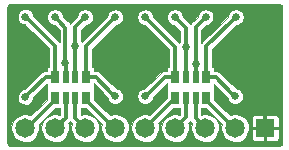
<source format=gbl>
G04 #@! TF.FileFunction,Copper,L2,Bot,Signal*
%FSLAX46Y46*%
G04 Gerber Fmt 4.6, Leading zero omitted, Abs format (unit mm)*
G04 Created by KiCad (PCBNEW (2015-04-05 BZR 5576)-product) date Tue 07 Apr 2015 01:19:10 PM CEST*
%MOMM*%
G01*
G04 APERTURE LIST*
%ADD10C,0.150000*%
%ADD11R,1.650000X1.650000*%
%ADD12C,1.650000*%
%ADD13R,0.650000X1.000000*%
%ADD14R,0.500000X1.000000*%
%ADD15C,0.635000*%
%ADD16C,0.300000*%
%ADD17C,0.100000*%
G04 APERTURE END LIST*
D10*
D11*
X101600000Y-91440000D03*
D12*
X99060000Y-91440000D03*
X96520000Y-91440000D03*
X93980000Y-91440000D03*
X91440000Y-91440000D03*
X88900000Y-91440000D03*
X86360000Y-91440000D03*
X83820000Y-91440000D03*
X81280000Y-91440000D03*
D13*
X86425000Y-87100000D03*
D14*
X85500000Y-87100000D03*
X84700000Y-87100000D03*
D13*
X83775000Y-87100000D03*
X86425000Y-88900000D03*
D14*
X85500000Y-88900000D03*
X84700000Y-88900000D03*
D13*
X83775000Y-88900000D03*
X96625000Y-87100000D03*
D14*
X95700000Y-87100000D03*
X94900000Y-87100000D03*
D13*
X93975000Y-87100000D03*
X96625000Y-88900000D03*
D14*
X95700000Y-88900000D03*
X94900000Y-88900000D03*
D13*
X93975000Y-88900000D03*
D15*
X99550000Y-85300000D03*
X81300000Y-88800000D03*
X81299994Y-82000000D03*
X83800000Y-82050004D03*
X84682480Y-85930304D03*
X86350000Y-82049996D03*
X85500000Y-84500000D03*
X88900002Y-88750000D03*
X88900002Y-82050000D03*
X91450000Y-88750000D03*
X91450000Y-82050004D03*
X93950000Y-82050000D03*
X94900000Y-84584376D03*
X96550000Y-82050000D03*
X95700000Y-86049998D03*
X99050000Y-88750000D03*
X99100000Y-82050000D03*
D16*
X101600000Y-87350000D02*
X99550000Y-85300000D01*
X101600000Y-91440000D02*
X101600000Y-87350000D01*
X83000000Y-87100000D02*
X81617499Y-88482501D01*
X81617499Y-88482501D02*
X81300000Y-88800000D01*
X83775000Y-87100000D02*
X83000000Y-87100000D01*
X81617493Y-82317499D02*
X81299994Y-82000000D01*
X83775000Y-84475006D02*
X81617493Y-82317499D01*
X83775000Y-87100000D02*
X83775000Y-84475006D01*
X84117499Y-82367503D02*
X83800000Y-82050004D01*
X84682480Y-82932484D02*
X84117499Y-82367503D01*
X84682480Y-85930304D02*
X84682480Y-82932484D01*
X84700000Y-87100000D02*
X84700000Y-85947824D01*
X84700000Y-85947824D02*
X84682480Y-85930304D01*
X86032501Y-82367495D02*
X86350000Y-82049996D01*
X85500000Y-82899996D02*
X86032501Y-82367495D01*
X85500000Y-84500000D02*
X85500000Y-82899996D01*
X85500000Y-87100000D02*
X85500000Y-84500000D01*
X87250002Y-87100000D02*
X88582503Y-88432501D01*
X86425000Y-87100000D02*
X87250002Y-87100000D01*
X88582503Y-88432501D02*
X88900002Y-88750000D01*
X88582503Y-82367499D02*
X88900002Y-82050000D01*
X86425000Y-87100000D02*
X86425000Y-84525002D01*
X86425000Y-84525002D02*
X88582503Y-82367499D01*
X91767499Y-88432501D02*
X91450000Y-88750000D01*
X93100000Y-87100000D02*
X91767499Y-88432501D01*
X93975000Y-87100000D02*
X93100000Y-87100000D01*
X93975000Y-84575004D02*
X91767499Y-82367503D01*
X93975000Y-87100000D02*
X93975000Y-84575004D01*
X91767499Y-82367503D02*
X91450000Y-82050004D01*
X94267499Y-82367499D02*
X93950000Y-82050000D01*
X94900000Y-83000000D02*
X94267499Y-82367499D01*
X94900000Y-84584376D02*
X94900000Y-83000000D01*
X94900000Y-87100000D02*
X94900000Y-84584376D01*
X95700000Y-82900000D02*
X96232501Y-82367499D01*
X95700000Y-86049998D02*
X95700000Y-82900000D01*
X96232501Y-82367499D02*
X96550000Y-82050000D01*
X95700000Y-87100000D02*
X95700000Y-86049998D01*
X98732501Y-88432501D02*
X99050000Y-88750000D01*
X96625000Y-87100000D02*
X97400000Y-87100000D01*
X97400000Y-87100000D02*
X98732501Y-88432501D01*
X98782501Y-82367499D02*
X99100000Y-82050000D01*
X96625000Y-84525000D02*
X98782501Y-82367499D01*
X96625000Y-87100000D02*
X96625000Y-84525000D01*
X96625000Y-88900000D02*
X96625000Y-89075000D01*
X96625000Y-89075000D02*
X98990000Y-91440000D01*
X98990000Y-91440000D02*
X99060000Y-91440000D01*
X95700000Y-88900000D02*
X95700000Y-90620000D01*
X95700000Y-90620000D02*
X96520000Y-91440000D01*
X94900000Y-88900000D02*
X94900000Y-90520000D01*
X94900000Y-90520000D02*
X93980000Y-91440000D01*
X91440000Y-91440000D02*
X93975000Y-88905000D01*
X93975000Y-88905000D02*
X93975000Y-88900000D01*
X86425000Y-88900000D02*
X86425000Y-89075000D01*
X86425000Y-89075000D02*
X88790000Y-91440000D01*
X88790000Y-91440000D02*
X88900000Y-91440000D01*
X85500000Y-88900000D02*
X85500000Y-90580000D01*
X85500000Y-90580000D02*
X86360000Y-91440000D01*
X84700000Y-88900000D02*
X84700000Y-90560000D01*
X84700000Y-90560000D02*
X83820000Y-91440000D01*
X83775000Y-88900000D02*
X83775000Y-89075000D01*
X83775000Y-89075000D02*
X81410000Y-91440000D01*
X81410000Y-91440000D02*
X81280000Y-91440000D01*
D17*
G36*
X103026400Y-92697771D02*
X103020793Y-92754947D01*
X103007741Y-92798179D01*
X102986539Y-92838055D01*
X102957998Y-92873050D01*
X102923195Y-92901841D01*
X102883469Y-92923320D01*
X102840331Y-92936674D01*
X102783948Y-92942600D01*
X102725000Y-92942600D01*
X102725000Y-92294548D01*
X102725000Y-92235453D01*
X102725000Y-91615000D01*
X102725000Y-91265000D01*
X102725000Y-90644547D01*
X102725000Y-90585452D01*
X102713471Y-90527493D01*
X102690856Y-90472896D01*
X102658025Y-90423761D01*
X102616239Y-90381975D01*
X102567103Y-90349143D01*
X102512506Y-90326529D01*
X102454547Y-90315000D01*
X101775000Y-90315000D01*
X101700000Y-90390000D01*
X101700000Y-91340000D01*
X102650000Y-91340000D01*
X102725000Y-91265000D01*
X102725000Y-91615000D01*
X102650000Y-91540000D01*
X101700000Y-91540000D01*
X101700000Y-92490000D01*
X101775000Y-92565000D01*
X102454547Y-92565000D01*
X102512506Y-92553471D01*
X102567103Y-92530857D01*
X102616239Y-92498025D01*
X102658025Y-92456239D01*
X102690856Y-92407104D01*
X102713471Y-92352507D01*
X102725000Y-92294548D01*
X102725000Y-92942600D01*
X101500000Y-92942600D01*
X101500000Y-92490000D01*
X101500000Y-91540000D01*
X101500000Y-91340000D01*
X101500000Y-90390000D01*
X101425000Y-90315000D01*
X100745453Y-90315000D01*
X100687494Y-90326529D01*
X100632897Y-90349143D01*
X100583761Y-90381975D01*
X100541975Y-90423761D01*
X100509144Y-90472896D01*
X100486529Y-90527493D01*
X100475000Y-90585452D01*
X100475000Y-90644547D01*
X100475000Y-91265000D01*
X100550000Y-91340000D01*
X101500000Y-91340000D01*
X101500000Y-91540000D01*
X100550000Y-91540000D01*
X100475000Y-91615000D01*
X100475000Y-92235453D01*
X100475000Y-92294548D01*
X100486529Y-92352507D01*
X100509144Y-92407104D01*
X100541975Y-92456239D01*
X100583761Y-92498025D01*
X100632897Y-92530857D01*
X100687494Y-92553471D01*
X100745453Y-92565000D01*
X101425000Y-92565000D01*
X101500000Y-92490000D01*
X101500000Y-92942600D01*
X100235050Y-92942600D01*
X100235050Y-91324785D01*
X100190293Y-91098744D01*
X100102483Y-90885702D01*
X99974965Y-90693772D01*
X99812597Y-90530267D01*
X99621562Y-90401412D01*
X99409138Y-90312117D01*
X99183415Y-90265783D01*
X98952991Y-90264174D01*
X98726644Y-90307352D01*
X98611129Y-90354023D01*
X97301694Y-89044588D01*
X97301694Y-88400000D01*
X97300000Y-88379161D01*
X97300000Y-87707106D01*
X98378948Y-88786054D01*
X98381861Y-88788967D01*
X98381622Y-88806125D01*
X98405253Y-88934878D01*
X98453442Y-89056589D01*
X98524353Y-89166622D01*
X98615287Y-89260787D01*
X98722778Y-89335495D01*
X98842733Y-89387902D01*
X98970583Y-89416012D01*
X99101458Y-89418753D01*
X99230373Y-89396022D01*
X99352417Y-89348684D01*
X99462943Y-89278542D01*
X99557739Y-89188269D01*
X99633196Y-89081302D01*
X99686440Y-88961715D01*
X99715441Y-88834065D01*
X99717529Y-88684548D01*
X99692103Y-88556138D01*
X99642219Y-88435111D01*
X99569779Y-88326079D01*
X99477539Y-88233194D01*
X99369015Y-88159993D01*
X99248340Y-88109266D01*
X99120110Y-88082944D01*
X99089838Y-88082732D01*
X99086054Y-88078948D01*
X97753553Y-86746447D01*
X97717908Y-86717167D01*
X97682484Y-86687443D01*
X97680177Y-86686174D01*
X97678148Y-86684508D01*
X97637478Y-86662701D01*
X97596971Y-86640432D01*
X97594463Y-86639636D01*
X97592148Y-86638395D01*
X97547984Y-86624892D01*
X97503956Y-86610926D01*
X97501344Y-86610633D01*
X97498829Y-86609864D01*
X97452852Y-86605194D01*
X97406981Y-86600049D01*
X97401842Y-86600012D01*
X97401745Y-86600003D01*
X97401653Y-86600011D01*
X97400000Y-86600000D01*
X97301694Y-86600000D01*
X97300000Y-86579161D01*
X97300000Y-86250000D01*
X97125000Y-86250000D01*
X97125000Y-84732106D01*
X99136054Y-82721053D01*
X99136054Y-82721052D01*
X99136058Y-82721047D01*
X99138621Y-82718484D01*
X99151458Y-82718753D01*
X99280373Y-82696022D01*
X99402417Y-82648684D01*
X99512943Y-82578542D01*
X99607739Y-82488269D01*
X99683196Y-82381302D01*
X99736440Y-82261715D01*
X99765441Y-82134065D01*
X99767529Y-81984548D01*
X99742103Y-81856138D01*
X99692219Y-81735111D01*
X99619779Y-81626079D01*
X99527539Y-81533194D01*
X99419015Y-81459993D01*
X99298340Y-81409266D01*
X99170110Y-81382944D01*
X99039210Y-81382030D01*
X98910625Y-81406559D01*
X98789253Y-81455597D01*
X98679718Y-81527275D01*
X98586191Y-81618863D01*
X98512235Y-81726873D01*
X98460666Y-81847191D01*
X98433450Y-81975234D01*
X98432965Y-82009928D01*
X98429019Y-82013874D01*
X98428947Y-82013946D01*
X96271447Y-84171447D01*
X96242167Y-84207091D01*
X96212443Y-84242516D01*
X96211174Y-84244822D01*
X96209508Y-84246852D01*
X96200000Y-84264584D01*
X96200000Y-83107106D01*
X96586054Y-82721052D01*
X96588621Y-82718484D01*
X96601458Y-82718753D01*
X96730373Y-82696022D01*
X96852417Y-82648684D01*
X96962943Y-82578542D01*
X97057739Y-82488269D01*
X97133196Y-82381302D01*
X97186440Y-82261715D01*
X97215441Y-82134065D01*
X97217529Y-81984548D01*
X97192103Y-81856138D01*
X97142219Y-81735111D01*
X97069779Y-81626079D01*
X96977539Y-81533194D01*
X96869015Y-81459993D01*
X96748340Y-81409266D01*
X96620110Y-81382944D01*
X96489210Y-81382030D01*
X96360625Y-81406559D01*
X96239253Y-81455597D01*
X96129718Y-81527275D01*
X96036191Y-81618863D01*
X95962235Y-81726873D01*
X95910666Y-81847191D01*
X95883450Y-81975234D01*
X95882965Y-82009928D01*
X95878948Y-82013946D01*
X95346447Y-82546447D01*
X95317167Y-82582091D01*
X95287443Y-82617516D01*
X95286174Y-82619822D01*
X95284508Y-82621852D01*
X95264556Y-82659060D01*
X95258455Y-82651417D01*
X95254843Y-82647754D01*
X95254785Y-82647683D01*
X95254718Y-82647628D01*
X95253553Y-82646446D01*
X94621123Y-82014017D01*
X94621052Y-82013946D01*
X94621052Y-82013945D01*
X94617172Y-82010065D01*
X94617529Y-81984548D01*
X94592103Y-81856138D01*
X94542219Y-81735111D01*
X94469779Y-81626079D01*
X94377539Y-81533194D01*
X94269015Y-81459993D01*
X94148340Y-81409266D01*
X94020110Y-81382944D01*
X93889210Y-81382030D01*
X93760625Y-81406559D01*
X93639253Y-81455597D01*
X93529718Y-81527275D01*
X93436191Y-81618863D01*
X93362235Y-81726873D01*
X93310666Y-81847191D01*
X93283450Y-81975234D01*
X93281622Y-82106125D01*
X93305253Y-82234878D01*
X93353442Y-82356589D01*
X93424353Y-82466622D01*
X93515287Y-82560787D01*
X93622778Y-82635495D01*
X93742733Y-82687902D01*
X93870583Y-82716012D01*
X93909724Y-82716831D01*
X93913945Y-82721052D01*
X93913946Y-82721052D01*
X93913950Y-82721056D01*
X94400000Y-83207106D01*
X94400000Y-84139716D01*
X94386191Y-84153239D01*
X94334868Y-84228193D01*
X94333455Y-84226422D01*
X94329847Y-84222764D01*
X94329785Y-84222687D01*
X94329713Y-84222627D01*
X94328553Y-84221451D01*
X92121123Y-82014021D01*
X92121052Y-82013950D01*
X92121052Y-82013949D01*
X92117172Y-82010069D01*
X92117529Y-81984552D01*
X92092103Y-81856142D01*
X92042219Y-81735115D01*
X91969779Y-81626083D01*
X91877539Y-81533198D01*
X91769015Y-81459997D01*
X91648340Y-81409270D01*
X91520110Y-81382948D01*
X91389210Y-81382034D01*
X91260625Y-81406563D01*
X91139253Y-81455601D01*
X91029718Y-81527279D01*
X90936191Y-81618867D01*
X90862235Y-81726877D01*
X90810666Y-81847195D01*
X90783450Y-81975238D01*
X90781622Y-82106129D01*
X90805253Y-82234882D01*
X90853442Y-82356593D01*
X90924353Y-82466626D01*
X91015287Y-82560791D01*
X91122778Y-82635499D01*
X91242733Y-82687906D01*
X91370583Y-82716016D01*
X91409724Y-82716835D01*
X91413945Y-82721056D01*
X91413946Y-82721056D01*
X91413950Y-82721060D01*
X93475000Y-84782110D01*
X93475000Y-86250000D01*
X93300000Y-86250000D01*
X93300000Y-86588054D01*
X93298306Y-86600000D01*
X93100000Y-86600000D01*
X93054051Y-86604505D01*
X93008025Y-86608532D01*
X93005500Y-86609265D01*
X93002883Y-86609522D01*
X92958664Y-86622872D01*
X92914316Y-86635757D01*
X92911980Y-86636967D01*
X92909465Y-86637727D01*
X92868714Y-86659394D01*
X92827680Y-86680664D01*
X92825623Y-86682305D01*
X92823304Y-86683539D01*
X92787515Y-86712727D01*
X92751418Y-86741545D01*
X92747760Y-86745152D01*
X92747683Y-86745215D01*
X92747623Y-86745286D01*
X92746447Y-86746447D01*
X91414017Y-88078876D01*
X91413945Y-88078948D01*
X91410712Y-88082180D01*
X91389210Y-88082030D01*
X91260625Y-88106559D01*
X91139253Y-88155597D01*
X91029718Y-88227275D01*
X90936191Y-88318863D01*
X90862235Y-88426873D01*
X90810666Y-88547191D01*
X90783450Y-88675234D01*
X90781622Y-88806125D01*
X90805253Y-88934878D01*
X90853442Y-89056589D01*
X90924353Y-89166622D01*
X91015287Y-89260787D01*
X91122778Y-89335495D01*
X91242733Y-89387902D01*
X91370583Y-89416012D01*
X91501458Y-89418753D01*
X91630373Y-89396022D01*
X91752417Y-89348684D01*
X91862943Y-89278542D01*
X91957739Y-89188269D01*
X92033196Y-89081302D01*
X92086440Y-88961715D01*
X92115441Y-88834065D01*
X92116041Y-88791065D01*
X92121052Y-88786055D01*
X92121052Y-88786054D01*
X92121056Y-88786049D01*
X93298967Y-87608138D01*
X93300000Y-87620838D01*
X93300000Y-88388054D01*
X93298306Y-88400000D01*
X93298306Y-88874587D01*
X91839574Y-90333318D01*
X91789138Y-90312117D01*
X91563415Y-90265783D01*
X91332991Y-90264174D01*
X91106644Y-90307352D01*
X90892993Y-90393673D01*
X90700178Y-90519847D01*
X90535543Y-90681070D01*
X90405358Y-90871201D01*
X90314582Y-91082996D01*
X90266673Y-91308390D01*
X90263456Y-91538797D01*
X90305053Y-91765441D01*
X90389879Y-91979689D01*
X90514705Y-92173380D01*
X90674775Y-92339137D01*
X90863991Y-92470646D01*
X91075148Y-92562898D01*
X91300202Y-92612379D01*
X91530581Y-92617205D01*
X91757510Y-92577192D01*
X91972344Y-92493863D01*
X92166902Y-92370392D01*
X92333773Y-92211484D01*
X92466600Y-92023190D01*
X92560324Y-91812682D01*
X92611375Y-91587979D01*
X92615050Y-91324785D01*
X92570293Y-91098744D01*
X92546379Y-91040726D01*
X93835412Y-89751694D01*
X94300000Y-89751694D01*
X94320838Y-89750000D01*
X94400000Y-89750000D01*
X94400000Y-90312893D01*
X94379574Y-90333318D01*
X94329138Y-90312117D01*
X94103415Y-90265783D01*
X93872991Y-90264174D01*
X93646644Y-90307352D01*
X93432993Y-90393673D01*
X93240178Y-90519847D01*
X93075543Y-90681070D01*
X92945358Y-90871201D01*
X92854582Y-91082996D01*
X92806673Y-91308390D01*
X92803456Y-91538797D01*
X92845053Y-91765441D01*
X92929879Y-91979689D01*
X93054705Y-92173380D01*
X93214775Y-92339137D01*
X93403991Y-92470646D01*
X93615148Y-92562898D01*
X93840202Y-92612379D01*
X94070581Y-92617205D01*
X94297510Y-92577192D01*
X94512344Y-92493863D01*
X94706902Y-92370392D01*
X94873773Y-92211484D01*
X95006600Y-92023190D01*
X95100324Y-91812682D01*
X95151375Y-91587979D01*
X95155050Y-91324785D01*
X95110293Y-91098744D01*
X95086379Y-91040726D01*
X95253553Y-90873554D01*
X95264211Y-90860578D01*
X95280664Y-90892320D01*
X95282305Y-90894376D01*
X95283539Y-90896696D01*
X95312727Y-90932484D01*
X95341545Y-90968582D01*
X95345152Y-90972239D01*
X95345215Y-90972317D01*
X95345286Y-90972376D01*
X95346447Y-90973553D01*
X95412975Y-91040081D01*
X95394582Y-91082996D01*
X95346673Y-91308390D01*
X95343456Y-91538797D01*
X95385053Y-91765441D01*
X95469879Y-91979689D01*
X95594705Y-92173380D01*
X95754775Y-92339137D01*
X95943991Y-92470646D01*
X96155148Y-92562898D01*
X96380202Y-92612379D01*
X96610581Y-92617205D01*
X96837510Y-92577192D01*
X97052344Y-92493863D01*
X97246902Y-92370392D01*
X97413773Y-92211484D01*
X97546600Y-92023190D01*
X97640324Y-91812682D01*
X97691375Y-91587979D01*
X97695050Y-91324785D01*
X97650293Y-91098744D01*
X97562483Y-90885702D01*
X97434965Y-90693772D01*
X97272597Y-90530267D01*
X97081562Y-90401412D01*
X96869138Y-90312117D01*
X96643415Y-90265783D01*
X96412991Y-90264174D01*
X96200000Y-90304804D01*
X96200000Y-89750000D01*
X96288054Y-89750000D01*
X96300000Y-89751694D01*
X96594588Y-89751694D01*
X97933058Y-91090164D01*
X97886673Y-91308390D01*
X97883456Y-91538797D01*
X97925053Y-91765441D01*
X98009879Y-91979689D01*
X98134705Y-92173380D01*
X98294775Y-92339137D01*
X98483991Y-92470646D01*
X98695148Y-92562898D01*
X98920202Y-92612379D01*
X99150581Y-92617205D01*
X99377510Y-92577192D01*
X99592344Y-92493863D01*
X99786902Y-92370392D01*
X99953773Y-92211484D01*
X100086600Y-92023190D01*
X100180324Y-91812682D01*
X100231375Y-91587979D01*
X100235050Y-91324785D01*
X100235050Y-92942600D01*
X90075050Y-92942600D01*
X90075050Y-91324785D01*
X90030293Y-91098744D01*
X89942483Y-90885702D01*
X89814965Y-90693772D01*
X89652597Y-90530267D01*
X89461562Y-90401412D01*
X89249138Y-90312117D01*
X89023415Y-90265783D01*
X88792991Y-90264174D01*
X88566644Y-90307352D01*
X88422639Y-90365533D01*
X87101694Y-89044588D01*
X87101694Y-88400000D01*
X87100000Y-88379161D01*
X87100000Y-87657104D01*
X88228950Y-88786054D01*
X88231863Y-88788967D01*
X88231624Y-88806125D01*
X88255255Y-88934878D01*
X88303444Y-89056589D01*
X88374355Y-89166622D01*
X88465289Y-89260787D01*
X88572780Y-89335495D01*
X88692735Y-89387902D01*
X88820585Y-89416012D01*
X88951460Y-89418753D01*
X89080375Y-89396022D01*
X89202419Y-89348684D01*
X89312945Y-89278542D01*
X89407741Y-89188269D01*
X89483198Y-89081302D01*
X89536442Y-88961715D01*
X89565443Y-88834065D01*
X89567531Y-88684548D01*
X89542105Y-88556138D01*
X89492221Y-88435111D01*
X89419781Y-88326079D01*
X89327541Y-88233194D01*
X89219017Y-88159993D01*
X89098342Y-88109266D01*
X88970112Y-88082944D01*
X88939840Y-88082732D01*
X88936056Y-88078948D01*
X87603555Y-86746447D01*
X87567910Y-86717167D01*
X87532486Y-86687443D01*
X87530179Y-86686174D01*
X87528150Y-86684508D01*
X87487480Y-86662701D01*
X87446973Y-86640432D01*
X87444465Y-86639636D01*
X87442150Y-86638395D01*
X87397986Y-86624892D01*
X87353958Y-86610926D01*
X87351346Y-86610633D01*
X87348831Y-86609864D01*
X87302854Y-86605194D01*
X87256983Y-86600049D01*
X87251844Y-86600012D01*
X87251747Y-86600003D01*
X87251655Y-86600011D01*
X87250002Y-86600000D01*
X87101694Y-86600000D01*
X87100000Y-86579161D01*
X87100000Y-86250000D01*
X86925000Y-86250000D01*
X86925000Y-84732108D01*
X88936056Y-82721052D01*
X88938623Y-82718484D01*
X88951460Y-82718753D01*
X89080375Y-82696022D01*
X89202419Y-82648684D01*
X89312945Y-82578542D01*
X89407741Y-82488269D01*
X89483198Y-82381302D01*
X89536442Y-82261715D01*
X89565443Y-82134065D01*
X89567531Y-81984548D01*
X89542105Y-81856138D01*
X89492221Y-81735111D01*
X89419781Y-81626079D01*
X89327541Y-81533194D01*
X89219017Y-81459993D01*
X89098342Y-81409266D01*
X88970112Y-81382944D01*
X88839212Y-81382030D01*
X88710627Y-81406559D01*
X88589255Y-81455597D01*
X88479720Y-81527275D01*
X88386193Y-81618863D01*
X88312237Y-81726873D01*
X88260668Y-81847191D01*
X88233452Y-81975234D01*
X88232967Y-82009928D01*
X88228950Y-82013946D01*
X86078473Y-84164422D01*
X86019779Y-84076079D01*
X86000000Y-84056161D01*
X86000000Y-83107102D01*
X86386054Y-82721048D01*
X86388621Y-82718480D01*
X86401458Y-82718749D01*
X86530373Y-82696018D01*
X86652417Y-82648680D01*
X86762943Y-82578538D01*
X86857739Y-82488265D01*
X86933196Y-82381298D01*
X86986440Y-82261711D01*
X87015441Y-82134061D01*
X87017529Y-81984544D01*
X86992103Y-81856134D01*
X86942219Y-81735107D01*
X86869779Y-81626075D01*
X86777539Y-81533190D01*
X86669015Y-81459989D01*
X86548340Y-81409262D01*
X86420110Y-81382940D01*
X86289210Y-81382026D01*
X86160625Y-81406555D01*
X86039253Y-81455593D01*
X85929718Y-81527271D01*
X85836191Y-81618859D01*
X85762235Y-81726869D01*
X85710666Y-81847187D01*
X85683450Y-81975230D01*
X85682965Y-82009924D01*
X85678948Y-82013942D01*
X85146447Y-82546443D01*
X85117167Y-82582087D01*
X85087443Y-82617512D01*
X85086174Y-82619818D01*
X85084508Y-82621848D01*
X85079252Y-82631648D01*
X85069734Y-82619977D01*
X85040935Y-82583902D01*
X85037324Y-82580239D01*
X85037265Y-82580167D01*
X85037197Y-82580111D01*
X85036034Y-82578931D01*
X84471123Y-82014021D01*
X84471052Y-82013950D01*
X84471052Y-82013949D01*
X84467172Y-82010069D01*
X84467529Y-81984552D01*
X84442103Y-81856142D01*
X84392219Y-81735115D01*
X84319779Y-81626083D01*
X84227539Y-81533198D01*
X84119015Y-81459997D01*
X83998340Y-81409270D01*
X83870110Y-81382948D01*
X83739210Y-81382034D01*
X83610625Y-81406563D01*
X83489253Y-81455601D01*
X83379718Y-81527279D01*
X83286191Y-81618867D01*
X83212235Y-81726877D01*
X83160666Y-81847195D01*
X83133450Y-81975238D01*
X83131622Y-82106129D01*
X83155253Y-82234882D01*
X83203442Y-82356593D01*
X83274353Y-82466626D01*
X83365287Y-82560791D01*
X83472778Y-82635499D01*
X83592733Y-82687906D01*
X83720583Y-82716016D01*
X83759724Y-82716835D01*
X83763945Y-82721056D01*
X83763946Y-82721056D01*
X83763950Y-82721060D01*
X84182480Y-83139590D01*
X84182480Y-84187298D01*
X84162254Y-84162499D01*
X84133455Y-84126424D01*
X84129844Y-84122761D01*
X84129785Y-84122689D01*
X84129717Y-84122633D01*
X84128554Y-84121453D01*
X81971117Y-81964017D01*
X81971046Y-81963946D01*
X81971046Y-81963945D01*
X81967166Y-81960065D01*
X81967523Y-81934548D01*
X81942097Y-81806138D01*
X81892213Y-81685111D01*
X81819773Y-81576079D01*
X81727533Y-81483194D01*
X81619009Y-81409993D01*
X81498334Y-81359266D01*
X81370104Y-81332944D01*
X81239204Y-81332030D01*
X81110619Y-81356559D01*
X80989247Y-81405597D01*
X80879712Y-81477275D01*
X80786185Y-81568863D01*
X80712229Y-81676873D01*
X80660660Y-81797191D01*
X80633444Y-81925234D01*
X80631616Y-82056125D01*
X80655247Y-82184878D01*
X80703436Y-82306589D01*
X80774347Y-82416622D01*
X80865281Y-82510787D01*
X80972772Y-82585495D01*
X81092727Y-82637902D01*
X81220577Y-82666012D01*
X81259718Y-82666831D01*
X81263939Y-82671052D01*
X81263940Y-82671052D01*
X81263944Y-82671056D01*
X83275000Y-84682112D01*
X83275000Y-86250000D01*
X83100000Y-86250000D01*
X83100000Y-86588054D01*
X83098306Y-86600000D01*
X83000000Y-86600000D01*
X82954047Y-86604505D01*
X82908025Y-86608532D01*
X82905500Y-86609265D01*
X82902883Y-86609522D01*
X82858664Y-86622872D01*
X82814316Y-86635757D01*
X82811980Y-86636967D01*
X82809465Y-86637727D01*
X82768694Y-86659404D01*
X82727681Y-86680664D01*
X82725626Y-86682304D01*
X82723304Y-86683539D01*
X82687493Y-86712745D01*
X82651418Y-86741545D01*
X82647755Y-86745155D01*
X82647683Y-86745215D01*
X82647627Y-86745282D01*
X82646447Y-86746446D01*
X81264017Y-88128876D01*
X81263945Y-88128948D01*
X81260712Y-88132180D01*
X81239210Y-88132030D01*
X81110625Y-88156559D01*
X80989253Y-88205597D01*
X80879718Y-88277275D01*
X80786191Y-88368863D01*
X80712235Y-88476873D01*
X80660666Y-88597191D01*
X80633450Y-88725234D01*
X80631622Y-88856125D01*
X80655253Y-88984878D01*
X80703442Y-89106589D01*
X80774353Y-89216622D01*
X80865287Y-89310787D01*
X80972778Y-89385495D01*
X81092733Y-89437902D01*
X81220583Y-89466012D01*
X81351458Y-89468753D01*
X81480373Y-89446022D01*
X81602417Y-89398684D01*
X81712943Y-89328542D01*
X81807739Y-89238269D01*
X81883196Y-89131302D01*
X81936440Y-89011715D01*
X81965441Y-88884065D01*
X81966041Y-88841065D01*
X81971052Y-88836055D01*
X81971052Y-88836054D01*
X81971056Y-88836049D01*
X83100000Y-87707106D01*
X83100000Y-88388054D01*
X83098306Y-88400000D01*
X83098306Y-89044588D01*
X81771101Y-90371792D01*
X81629138Y-90312117D01*
X81403415Y-90265783D01*
X81172991Y-90264174D01*
X80946644Y-90307352D01*
X80732993Y-90393673D01*
X80540178Y-90519847D01*
X80375543Y-90681070D01*
X80245358Y-90871201D01*
X80154582Y-91082996D01*
X80106673Y-91308390D01*
X80103456Y-91538797D01*
X80145053Y-91765441D01*
X80229879Y-91979689D01*
X80354705Y-92173380D01*
X80514775Y-92339137D01*
X80703991Y-92470646D01*
X80915148Y-92562898D01*
X81140202Y-92612379D01*
X81370581Y-92617205D01*
X81597510Y-92577192D01*
X81812344Y-92493863D01*
X82006902Y-92370392D01*
X82173773Y-92211484D01*
X82306600Y-92023190D01*
X82400324Y-91812682D01*
X82451375Y-91587979D01*
X82455050Y-91324785D01*
X82418237Y-91138868D01*
X83805412Y-89751694D01*
X84100000Y-89751694D01*
X84120838Y-89750000D01*
X84200000Y-89750000D01*
X84200000Y-90325090D01*
X84169138Y-90312117D01*
X83943415Y-90265783D01*
X83712991Y-90264174D01*
X83486644Y-90307352D01*
X83272993Y-90393673D01*
X83080178Y-90519847D01*
X82915543Y-90681070D01*
X82785358Y-90871201D01*
X82694582Y-91082996D01*
X82646673Y-91308390D01*
X82643456Y-91538797D01*
X82685053Y-91765441D01*
X82769879Y-91979689D01*
X82894705Y-92173380D01*
X83054775Y-92339137D01*
X83243991Y-92470646D01*
X83455148Y-92562898D01*
X83680202Y-92612379D01*
X83910581Y-92617205D01*
X84137510Y-92577192D01*
X84352344Y-92493863D01*
X84546902Y-92370392D01*
X84713773Y-92211484D01*
X84846600Y-92023190D01*
X84940324Y-91812682D01*
X84991375Y-91587979D01*
X84995050Y-91324785D01*
X84950293Y-91098744D01*
X84926379Y-91040726D01*
X85053553Y-90913553D01*
X85082832Y-90877908D01*
X85091963Y-90867025D01*
X85112727Y-90892484D01*
X85141545Y-90928582D01*
X85145152Y-90932239D01*
X85145215Y-90932317D01*
X85145286Y-90932376D01*
X85146447Y-90933553D01*
X85252975Y-91040081D01*
X85234582Y-91082996D01*
X85186673Y-91308390D01*
X85183456Y-91538797D01*
X85225053Y-91765441D01*
X85309879Y-91979689D01*
X85434705Y-92173380D01*
X85594775Y-92339137D01*
X85783991Y-92470646D01*
X85995148Y-92562898D01*
X86220202Y-92612379D01*
X86450581Y-92617205D01*
X86677510Y-92577192D01*
X86892344Y-92493863D01*
X87086902Y-92370392D01*
X87253773Y-92211484D01*
X87386600Y-92023190D01*
X87480324Y-91812682D01*
X87531375Y-91587979D01*
X87535050Y-91324785D01*
X87490293Y-91098744D01*
X87402483Y-90885702D01*
X87274965Y-90693772D01*
X87112597Y-90530267D01*
X86921562Y-90401412D01*
X86709138Y-90312117D01*
X86483415Y-90265783D01*
X86252991Y-90264174D01*
X86026644Y-90307352D01*
X86000000Y-90318116D01*
X86000000Y-89750000D01*
X86088054Y-89750000D01*
X86100000Y-89751694D01*
X86394588Y-89751694D01*
X87766046Y-91123152D01*
X87726673Y-91308390D01*
X87723456Y-91538797D01*
X87765053Y-91765441D01*
X87849879Y-91979689D01*
X87974705Y-92173380D01*
X88134775Y-92339137D01*
X88323991Y-92470646D01*
X88535148Y-92562898D01*
X88760202Y-92612379D01*
X88990581Y-92617205D01*
X89217510Y-92577192D01*
X89432344Y-92493863D01*
X89626902Y-92370392D01*
X89793773Y-92211484D01*
X89926600Y-92023190D01*
X90020324Y-91812682D01*
X90071375Y-91587979D01*
X90075050Y-91324785D01*
X90075050Y-92942600D01*
X80022228Y-92942600D01*
X79965052Y-92936993D01*
X79921820Y-92923941D01*
X79881944Y-92902739D01*
X79846949Y-92874198D01*
X79818158Y-92839395D01*
X79796679Y-92799669D01*
X79783325Y-92756531D01*
X79777400Y-92700148D01*
X79777400Y-81190628D01*
X79783006Y-81133452D01*
X79796058Y-81090220D01*
X79817261Y-81050343D01*
X79845802Y-81015348D01*
X79880603Y-80986559D01*
X79920327Y-80965080D01*
X79963469Y-80951725D01*
X80019851Y-80945800D01*
X102781571Y-80945800D01*
X102838747Y-80951406D01*
X102881979Y-80964458D01*
X102921856Y-80985661D01*
X102956851Y-81014202D01*
X102985640Y-81049003D01*
X103007119Y-81088727D01*
X103020474Y-81131869D01*
X103026400Y-81188251D01*
X103026400Y-92697771D01*
X103026400Y-92697771D01*
G37*
X103026400Y-92697771D02*
X103020793Y-92754947D01*
X103007741Y-92798179D01*
X102986539Y-92838055D01*
X102957998Y-92873050D01*
X102923195Y-92901841D01*
X102883469Y-92923320D01*
X102840331Y-92936674D01*
X102783948Y-92942600D01*
X102725000Y-92942600D01*
X102725000Y-92294548D01*
X102725000Y-92235453D01*
X102725000Y-91615000D01*
X102725000Y-91265000D01*
X102725000Y-90644547D01*
X102725000Y-90585452D01*
X102713471Y-90527493D01*
X102690856Y-90472896D01*
X102658025Y-90423761D01*
X102616239Y-90381975D01*
X102567103Y-90349143D01*
X102512506Y-90326529D01*
X102454547Y-90315000D01*
X101775000Y-90315000D01*
X101700000Y-90390000D01*
X101700000Y-91340000D01*
X102650000Y-91340000D01*
X102725000Y-91265000D01*
X102725000Y-91615000D01*
X102650000Y-91540000D01*
X101700000Y-91540000D01*
X101700000Y-92490000D01*
X101775000Y-92565000D01*
X102454547Y-92565000D01*
X102512506Y-92553471D01*
X102567103Y-92530857D01*
X102616239Y-92498025D01*
X102658025Y-92456239D01*
X102690856Y-92407104D01*
X102713471Y-92352507D01*
X102725000Y-92294548D01*
X102725000Y-92942600D01*
X101500000Y-92942600D01*
X101500000Y-92490000D01*
X101500000Y-91540000D01*
X101500000Y-91340000D01*
X101500000Y-90390000D01*
X101425000Y-90315000D01*
X100745453Y-90315000D01*
X100687494Y-90326529D01*
X100632897Y-90349143D01*
X100583761Y-90381975D01*
X100541975Y-90423761D01*
X100509144Y-90472896D01*
X100486529Y-90527493D01*
X100475000Y-90585452D01*
X100475000Y-90644547D01*
X100475000Y-91265000D01*
X100550000Y-91340000D01*
X101500000Y-91340000D01*
X101500000Y-91540000D01*
X100550000Y-91540000D01*
X100475000Y-91615000D01*
X100475000Y-92235453D01*
X100475000Y-92294548D01*
X100486529Y-92352507D01*
X100509144Y-92407104D01*
X100541975Y-92456239D01*
X100583761Y-92498025D01*
X100632897Y-92530857D01*
X100687494Y-92553471D01*
X100745453Y-92565000D01*
X101425000Y-92565000D01*
X101500000Y-92490000D01*
X101500000Y-92942600D01*
X100235050Y-92942600D01*
X100235050Y-91324785D01*
X100190293Y-91098744D01*
X100102483Y-90885702D01*
X99974965Y-90693772D01*
X99812597Y-90530267D01*
X99621562Y-90401412D01*
X99409138Y-90312117D01*
X99183415Y-90265783D01*
X98952991Y-90264174D01*
X98726644Y-90307352D01*
X98611129Y-90354023D01*
X97301694Y-89044588D01*
X97301694Y-88400000D01*
X97300000Y-88379161D01*
X97300000Y-87707106D01*
X98378948Y-88786054D01*
X98381861Y-88788967D01*
X98381622Y-88806125D01*
X98405253Y-88934878D01*
X98453442Y-89056589D01*
X98524353Y-89166622D01*
X98615287Y-89260787D01*
X98722778Y-89335495D01*
X98842733Y-89387902D01*
X98970583Y-89416012D01*
X99101458Y-89418753D01*
X99230373Y-89396022D01*
X99352417Y-89348684D01*
X99462943Y-89278542D01*
X99557739Y-89188269D01*
X99633196Y-89081302D01*
X99686440Y-88961715D01*
X99715441Y-88834065D01*
X99717529Y-88684548D01*
X99692103Y-88556138D01*
X99642219Y-88435111D01*
X99569779Y-88326079D01*
X99477539Y-88233194D01*
X99369015Y-88159993D01*
X99248340Y-88109266D01*
X99120110Y-88082944D01*
X99089838Y-88082732D01*
X99086054Y-88078948D01*
X97753553Y-86746447D01*
X97717908Y-86717167D01*
X97682484Y-86687443D01*
X97680177Y-86686174D01*
X97678148Y-86684508D01*
X97637478Y-86662701D01*
X97596971Y-86640432D01*
X97594463Y-86639636D01*
X97592148Y-86638395D01*
X97547984Y-86624892D01*
X97503956Y-86610926D01*
X97501344Y-86610633D01*
X97498829Y-86609864D01*
X97452852Y-86605194D01*
X97406981Y-86600049D01*
X97401842Y-86600012D01*
X97401745Y-86600003D01*
X97401653Y-86600011D01*
X97400000Y-86600000D01*
X97301694Y-86600000D01*
X97300000Y-86579161D01*
X97300000Y-86250000D01*
X97125000Y-86250000D01*
X97125000Y-84732106D01*
X99136054Y-82721053D01*
X99136054Y-82721052D01*
X99136058Y-82721047D01*
X99138621Y-82718484D01*
X99151458Y-82718753D01*
X99280373Y-82696022D01*
X99402417Y-82648684D01*
X99512943Y-82578542D01*
X99607739Y-82488269D01*
X99683196Y-82381302D01*
X99736440Y-82261715D01*
X99765441Y-82134065D01*
X99767529Y-81984548D01*
X99742103Y-81856138D01*
X99692219Y-81735111D01*
X99619779Y-81626079D01*
X99527539Y-81533194D01*
X99419015Y-81459993D01*
X99298340Y-81409266D01*
X99170110Y-81382944D01*
X99039210Y-81382030D01*
X98910625Y-81406559D01*
X98789253Y-81455597D01*
X98679718Y-81527275D01*
X98586191Y-81618863D01*
X98512235Y-81726873D01*
X98460666Y-81847191D01*
X98433450Y-81975234D01*
X98432965Y-82009928D01*
X98429019Y-82013874D01*
X98428947Y-82013946D01*
X96271447Y-84171447D01*
X96242167Y-84207091D01*
X96212443Y-84242516D01*
X96211174Y-84244822D01*
X96209508Y-84246852D01*
X96200000Y-84264584D01*
X96200000Y-83107106D01*
X96586054Y-82721052D01*
X96588621Y-82718484D01*
X96601458Y-82718753D01*
X96730373Y-82696022D01*
X96852417Y-82648684D01*
X96962943Y-82578542D01*
X97057739Y-82488269D01*
X97133196Y-82381302D01*
X97186440Y-82261715D01*
X97215441Y-82134065D01*
X97217529Y-81984548D01*
X97192103Y-81856138D01*
X97142219Y-81735111D01*
X97069779Y-81626079D01*
X96977539Y-81533194D01*
X96869015Y-81459993D01*
X96748340Y-81409266D01*
X96620110Y-81382944D01*
X96489210Y-81382030D01*
X96360625Y-81406559D01*
X96239253Y-81455597D01*
X96129718Y-81527275D01*
X96036191Y-81618863D01*
X95962235Y-81726873D01*
X95910666Y-81847191D01*
X95883450Y-81975234D01*
X95882965Y-82009928D01*
X95878948Y-82013946D01*
X95346447Y-82546447D01*
X95317167Y-82582091D01*
X95287443Y-82617516D01*
X95286174Y-82619822D01*
X95284508Y-82621852D01*
X95264556Y-82659060D01*
X95258455Y-82651417D01*
X95254843Y-82647754D01*
X95254785Y-82647683D01*
X95254718Y-82647628D01*
X95253553Y-82646446D01*
X94621123Y-82014017D01*
X94621052Y-82013946D01*
X94621052Y-82013945D01*
X94617172Y-82010065D01*
X94617529Y-81984548D01*
X94592103Y-81856138D01*
X94542219Y-81735111D01*
X94469779Y-81626079D01*
X94377539Y-81533194D01*
X94269015Y-81459993D01*
X94148340Y-81409266D01*
X94020110Y-81382944D01*
X93889210Y-81382030D01*
X93760625Y-81406559D01*
X93639253Y-81455597D01*
X93529718Y-81527275D01*
X93436191Y-81618863D01*
X93362235Y-81726873D01*
X93310666Y-81847191D01*
X93283450Y-81975234D01*
X93281622Y-82106125D01*
X93305253Y-82234878D01*
X93353442Y-82356589D01*
X93424353Y-82466622D01*
X93515287Y-82560787D01*
X93622778Y-82635495D01*
X93742733Y-82687902D01*
X93870583Y-82716012D01*
X93909724Y-82716831D01*
X93913945Y-82721052D01*
X93913946Y-82721052D01*
X93913950Y-82721056D01*
X94400000Y-83207106D01*
X94400000Y-84139716D01*
X94386191Y-84153239D01*
X94334868Y-84228193D01*
X94333455Y-84226422D01*
X94329847Y-84222764D01*
X94329785Y-84222687D01*
X94329713Y-84222627D01*
X94328553Y-84221451D01*
X92121123Y-82014021D01*
X92121052Y-82013950D01*
X92121052Y-82013949D01*
X92117172Y-82010069D01*
X92117529Y-81984552D01*
X92092103Y-81856142D01*
X92042219Y-81735115D01*
X91969779Y-81626083D01*
X91877539Y-81533198D01*
X91769015Y-81459997D01*
X91648340Y-81409270D01*
X91520110Y-81382948D01*
X91389210Y-81382034D01*
X91260625Y-81406563D01*
X91139253Y-81455601D01*
X91029718Y-81527279D01*
X90936191Y-81618867D01*
X90862235Y-81726877D01*
X90810666Y-81847195D01*
X90783450Y-81975238D01*
X90781622Y-82106129D01*
X90805253Y-82234882D01*
X90853442Y-82356593D01*
X90924353Y-82466626D01*
X91015287Y-82560791D01*
X91122778Y-82635499D01*
X91242733Y-82687906D01*
X91370583Y-82716016D01*
X91409724Y-82716835D01*
X91413945Y-82721056D01*
X91413946Y-82721056D01*
X91413950Y-82721060D01*
X93475000Y-84782110D01*
X93475000Y-86250000D01*
X93300000Y-86250000D01*
X93300000Y-86588054D01*
X93298306Y-86600000D01*
X93100000Y-86600000D01*
X93054051Y-86604505D01*
X93008025Y-86608532D01*
X93005500Y-86609265D01*
X93002883Y-86609522D01*
X92958664Y-86622872D01*
X92914316Y-86635757D01*
X92911980Y-86636967D01*
X92909465Y-86637727D01*
X92868714Y-86659394D01*
X92827680Y-86680664D01*
X92825623Y-86682305D01*
X92823304Y-86683539D01*
X92787515Y-86712727D01*
X92751418Y-86741545D01*
X92747760Y-86745152D01*
X92747683Y-86745215D01*
X92747623Y-86745286D01*
X92746447Y-86746447D01*
X91414017Y-88078876D01*
X91413945Y-88078948D01*
X91410712Y-88082180D01*
X91389210Y-88082030D01*
X91260625Y-88106559D01*
X91139253Y-88155597D01*
X91029718Y-88227275D01*
X90936191Y-88318863D01*
X90862235Y-88426873D01*
X90810666Y-88547191D01*
X90783450Y-88675234D01*
X90781622Y-88806125D01*
X90805253Y-88934878D01*
X90853442Y-89056589D01*
X90924353Y-89166622D01*
X91015287Y-89260787D01*
X91122778Y-89335495D01*
X91242733Y-89387902D01*
X91370583Y-89416012D01*
X91501458Y-89418753D01*
X91630373Y-89396022D01*
X91752417Y-89348684D01*
X91862943Y-89278542D01*
X91957739Y-89188269D01*
X92033196Y-89081302D01*
X92086440Y-88961715D01*
X92115441Y-88834065D01*
X92116041Y-88791065D01*
X92121052Y-88786055D01*
X92121052Y-88786054D01*
X92121056Y-88786049D01*
X93298967Y-87608138D01*
X93300000Y-87620838D01*
X93300000Y-88388054D01*
X93298306Y-88400000D01*
X93298306Y-88874587D01*
X91839574Y-90333318D01*
X91789138Y-90312117D01*
X91563415Y-90265783D01*
X91332991Y-90264174D01*
X91106644Y-90307352D01*
X90892993Y-90393673D01*
X90700178Y-90519847D01*
X90535543Y-90681070D01*
X90405358Y-90871201D01*
X90314582Y-91082996D01*
X90266673Y-91308390D01*
X90263456Y-91538797D01*
X90305053Y-91765441D01*
X90389879Y-91979689D01*
X90514705Y-92173380D01*
X90674775Y-92339137D01*
X90863991Y-92470646D01*
X91075148Y-92562898D01*
X91300202Y-92612379D01*
X91530581Y-92617205D01*
X91757510Y-92577192D01*
X91972344Y-92493863D01*
X92166902Y-92370392D01*
X92333773Y-92211484D01*
X92466600Y-92023190D01*
X92560324Y-91812682D01*
X92611375Y-91587979D01*
X92615050Y-91324785D01*
X92570293Y-91098744D01*
X92546379Y-91040726D01*
X93835412Y-89751694D01*
X94300000Y-89751694D01*
X94320838Y-89750000D01*
X94400000Y-89750000D01*
X94400000Y-90312893D01*
X94379574Y-90333318D01*
X94329138Y-90312117D01*
X94103415Y-90265783D01*
X93872991Y-90264174D01*
X93646644Y-90307352D01*
X93432993Y-90393673D01*
X93240178Y-90519847D01*
X93075543Y-90681070D01*
X92945358Y-90871201D01*
X92854582Y-91082996D01*
X92806673Y-91308390D01*
X92803456Y-91538797D01*
X92845053Y-91765441D01*
X92929879Y-91979689D01*
X93054705Y-92173380D01*
X93214775Y-92339137D01*
X93403991Y-92470646D01*
X93615148Y-92562898D01*
X93840202Y-92612379D01*
X94070581Y-92617205D01*
X94297510Y-92577192D01*
X94512344Y-92493863D01*
X94706902Y-92370392D01*
X94873773Y-92211484D01*
X95006600Y-92023190D01*
X95100324Y-91812682D01*
X95151375Y-91587979D01*
X95155050Y-91324785D01*
X95110293Y-91098744D01*
X95086379Y-91040726D01*
X95253553Y-90873554D01*
X95264211Y-90860578D01*
X95280664Y-90892320D01*
X95282305Y-90894376D01*
X95283539Y-90896696D01*
X95312727Y-90932484D01*
X95341545Y-90968582D01*
X95345152Y-90972239D01*
X95345215Y-90972317D01*
X95345286Y-90972376D01*
X95346447Y-90973553D01*
X95412975Y-91040081D01*
X95394582Y-91082996D01*
X95346673Y-91308390D01*
X95343456Y-91538797D01*
X95385053Y-91765441D01*
X95469879Y-91979689D01*
X95594705Y-92173380D01*
X95754775Y-92339137D01*
X95943991Y-92470646D01*
X96155148Y-92562898D01*
X96380202Y-92612379D01*
X96610581Y-92617205D01*
X96837510Y-92577192D01*
X97052344Y-92493863D01*
X97246902Y-92370392D01*
X97413773Y-92211484D01*
X97546600Y-92023190D01*
X97640324Y-91812682D01*
X97691375Y-91587979D01*
X97695050Y-91324785D01*
X97650293Y-91098744D01*
X97562483Y-90885702D01*
X97434965Y-90693772D01*
X97272597Y-90530267D01*
X97081562Y-90401412D01*
X96869138Y-90312117D01*
X96643415Y-90265783D01*
X96412991Y-90264174D01*
X96200000Y-90304804D01*
X96200000Y-89750000D01*
X96288054Y-89750000D01*
X96300000Y-89751694D01*
X96594588Y-89751694D01*
X97933058Y-91090164D01*
X97886673Y-91308390D01*
X97883456Y-91538797D01*
X97925053Y-91765441D01*
X98009879Y-91979689D01*
X98134705Y-92173380D01*
X98294775Y-92339137D01*
X98483991Y-92470646D01*
X98695148Y-92562898D01*
X98920202Y-92612379D01*
X99150581Y-92617205D01*
X99377510Y-92577192D01*
X99592344Y-92493863D01*
X99786902Y-92370392D01*
X99953773Y-92211484D01*
X100086600Y-92023190D01*
X100180324Y-91812682D01*
X100231375Y-91587979D01*
X100235050Y-91324785D01*
X100235050Y-92942600D01*
X90075050Y-92942600D01*
X90075050Y-91324785D01*
X90030293Y-91098744D01*
X89942483Y-90885702D01*
X89814965Y-90693772D01*
X89652597Y-90530267D01*
X89461562Y-90401412D01*
X89249138Y-90312117D01*
X89023415Y-90265783D01*
X88792991Y-90264174D01*
X88566644Y-90307352D01*
X88422639Y-90365533D01*
X87101694Y-89044588D01*
X87101694Y-88400000D01*
X87100000Y-88379161D01*
X87100000Y-87657104D01*
X88228950Y-88786054D01*
X88231863Y-88788967D01*
X88231624Y-88806125D01*
X88255255Y-88934878D01*
X88303444Y-89056589D01*
X88374355Y-89166622D01*
X88465289Y-89260787D01*
X88572780Y-89335495D01*
X88692735Y-89387902D01*
X88820585Y-89416012D01*
X88951460Y-89418753D01*
X89080375Y-89396022D01*
X89202419Y-89348684D01*
X89312945Y-89278542D01*
X89407741Y-89188269D01*
X89483198Y-89081302D01*
X89536442Y-88961715D01*
X89565443Y-88834065D01*
X89567531Y-88684548D01*
X89542105Y-88556138D01*
X89492221Y-88435111D01*
X89419781Y-88326079D01*
X89327541Y-88233194D01*
X89219017Y-88159993D01*
X89098342Y-88109266D01*
X88970112Y-88082944D01*
X88939840Y-88082732D01*
X88936056Y-88078948D01*
X87603555Y-86746447D01*
X87567910Y-86717167D01*
X87532486Y-86687443D01*
X87530179Y-86686174D01*
X87528150Y-86684508D01*
X87487480Y-86662701D01*
X87446973Y-86640432D01*
X87444465Y-86639636D01*
X87442150Y-86638395D01*
X87397986Y-86624892D01*
X87353958Y-86610926D01*
X87351346Y-86610633D01*
X87348831Y-86609864D01*
X87302854Y-86605194D01*
X87256983Y-86600049D01*
X87251844Y-86600012D01*
X87251747Y-86600003D01*
X87251655Y-86600011D01*
X87250002Y-86600000D01*
X87101694Y-86600000D01*
X87100000Y-86579161D01*
X87100000Y-86250000D01*
X86925000Y-86250000D01*
X86925000Y-84732108D01*
X88936056Y-82721052D01*
X88938623Y-82718484D01*
X88951460Y-82718753D01*
X89080375Y-82696022D01*
X89202419Y-82648684D01*
X89312945Y-82578542D01*
X89407741Y-82488269D01*
X89483198Y-82381302D01*
X89536442Y-82261715D01*
X89565443Y-82134065D01*
X89567531Y-81984548D01*
X89542105Y-81856138D01*
X89492221Y-81735111D01*
X89419781Y-81626079D01*
X89327541Y-81533194D01*
X89219017Y-81459993D01*
X89098342Y-81409266D01*
X88970112Y-81382944D01*
X88839212Y-81382030D01*
X88710627Y-81406559D01*
X88589255Y-81455597D01*
X88479720Y-81527275D01*
X88386193Y-81618863D01*
X88312237Y-81726873D01*
X88260668Y-81847191D01*
X88233452Y-81975234D01*
X88232967Y-82009928D01*
X88228950Y-82013946D01*
X86078473Y-84164422D01*
X86019779Y-84076079D01*
X86000000Y-84056161D01*
X86000000Y-83107102D01*
X86386054Y-82721048D01*
X86388621Y-82718480D01*
X86401458Y-82718749D01*
X86530373Y-82696018D01*
X86652417Y-82648680D01*
X86762943Y-82578538D01*
X86857739Y-82488265D01*
X86933196Y-82381298D01*
X86986440Y-82261711D01*
X87015441Y-82134061D01*
X87017529Y-81984544D01*
X86992103Y-81856134D01*
X86942219Y-81735107D01*
X86869779Y-81626075D01*
X86777539Y-81533190D01*
X86669015Y-81459989D01*
X86548340Y-81409262D01*
X86420110Y-81382940D01*
X86289210Y-81382026D01*
X86160625Y-81406555D01*
X86039253Y-81455593D01*
X85929718Y-81527271D01*
X85836191Y-81618859D01*
X85762235Y-81726869D01*
X85710666Y-81847187D01*
X85683450Y-81975230D01*
X85682965Y-82009924D01*
X85678948Y-82013942D01*
X85146447Y-82546443D01*
X85117167Y-82582087D01*
X85087443Y-82617512D01*
X85086174Y-82619818D01*
X85084508Y-82621848D01*
X85079252Y-82631648D01*
X85069734Y-82619977D01*
X85040935Y-82583902D01*
X85037324Y-82580239D01*
X85037265Y-82580167D01*
X85037197Y-82580111D01*
X85036034Y-82578931D01*
X84471123Y-82014021D01*
X84471052Y-82013950D01*
X84471052Y-82013949D01*
X84467172Y-82010069D01*
X84467529Y-81984552D01*
X84442103Y-81856142D01*
X84392219Y-81735115D01*
X84319779Y-81626083D01*
X84227539Y-81533198D01*
X84119015Y-81459997D01*
X83998340Y-81409270D01*
X83870110Y-81382948D01*
X83739210Y-81382034D01*
X83610625Y-81406563D01*
X83489253Y-81455601D01*
X83379718Y-81527279D01*
X83286191Y-81618867D01*
X83212235Y-81726877D01*
X83160666Y-81847195D01*
X83133450Y-81975238D01*
X83131622Y-82106129D01*
X83155253Y-82234882D01*
X83203442Y-82356593D01*
X83274353Y-82466626D01*
X83365287Y-82560791D01*
X83472778Y-82635499D01*
X83592733Y-82687906D01*
X83720583Y-82716016D01*
X83759724Y-82716835D01*
X83763945Y-82721056D01*
X83763946Y-82721056D01*
X83763950Y-82721060D01*
X84182480Y-83139590D01*
X84182480Y-84187298D01*
X84162254Y-84162499D01*
X84133455Y-84126424D01*
X84129844Y-84122761D01*
X84129785Y-84122689D01*
X84129717Y-84122633D01*
X84128554Y-84121453D01*
X81971117Y-81964017D01*
X81971046Y-81963946D01*
X81971046Y-81963945D01*
X81967166Y-81960065D01*
X81967523Y-81934548D01*
X81942097Y-81806138D01*
X81892213Y-81685111D01*
X81819773Y-81576079D01*
X81727533Y-81483194D01*
X81619009Y-81409993D01*
X81498334Y-81359266D01*
X81370104Y-81332944D01*
X81239204Y-81332030D01*
X81110619Y-81356559D01*
X80989247Y-81405597D01*
X80879712Y-81477275D01*
X80786185Y-81568863D01*
X80712229Y-81676873D01*
X80660660Y-81797191D01*
X80633444Y-81925234D01*
X80631616Y-82056125D01*
X80655247Y-82184878D01*
X80703436Y-82306589D01*
X80774347Y-82416622D01*
X80865281Y-82510787D01*
X80972772Y-82585495D01*
X81092727Y-82637902D01*
X81220577Y-82666012D01*
X81259718Y-82666831D01*
X81263939Y-82671052D01*
X81263940Y-82671052D01*
X81263944Y-82671056D01*
X83275000Y-84682112D01*
X83275000Y-86250000D01*
X83100000Y-86250000D01*
X83100000Y-86588054D01*
X83098306Y-86600000D01*
X83000000Y-86600000D01*
X82954047Y-86604505D01*
X82908025Y-86608532D01*
X82905500Y-86609265D01*
X82902883Y-86609522D01*
X82858664Y-86622872D01*
X82814316Y-86635757D01*
X82811980Y-86636967D01*
X82809465Y-86637727D01*
X82768694Y-86659404D01*
X82727681Y-86680664D01*
X82725626Y-86682304D01*
X82723304Y-86683539D01*
X82687493Y-86712745D01*
X82651418Y-86741545D01*
X82647755Y-86745155D01*
X82647683Y-86745215D01*
X82647627Y-86745282D01*
X82646447Y-86746446D01*
X81264017Y-88128876D01*
X81263945Y-88128948D01*
X81260712Y-88132180D01*
X81239210Y-88132030D01*
X81110625Y-88156559D01*
X80989253Y-88205597D01*
X80879718Y-88277275D01*
X80786191Y-88368863D01*
X80712235Y-88476873D01*
X80660666Y-88597191D01*
X80633450Y-88725234D01*
X80631622Y-88856125D01*
X80655253Y-88984878D01*
X80703442Y-89106589D01*
X80774353Y-89216622D01*
X80865287Y-89310787D01*
X80972778Y-89385495D01*
X81092733Y-89437902D01*
X81220583Y-89466012D01*
X81351458Y-89468753D01*
X81480373Y-89446022D01*
X81602417Y-89398684D01*
X81712943Y-89328542D01*
X81807739Y-89238269D01*
X81883196Y-89131302D01*
X81936440Y-89011715D01*
X81965441Y-88884065D01*
X81966041Y-88841065D01*
X81971052Y-88836055D01*
X81971052Y-88836054D01*
X81971056Y-88836049D01*
X83100000Y-87707106D01*
X83100000Y-88388054D01*
X83098306Y-88400000D01*
X83098306Y-89044588D01*
X81771101Y-90371792D01*
X81629138Y-90312117D01*
X81403415Y-90265783D01*
X81172991Y-90264174D01*
X80946644Y-90307352D01*
X80732993Y-90393673D01*
X80540178Y-90519847D01*
X80375543Y-90681070D01*
X80245358Y-90871201D01*
X80154582Y-91082996D01*
X80106673Y-91308390D01*
X80103456Y-91538797D01*
X80145053Y-91765441D01*
X80229879Y-91979689D01*
X80354705Y-92173380D01*
X80514775Y-92339137D01*
X80703991Y-92470646D01*
X80915148Y-92562898D01*
X81140202Y-92612379D01*
X81370581Y-92617205D01*
X81597510Y-92577192D01*
X81812344Y-92493863D01*
X82006902Y-92370392D01*
X82173773Y-92211484D01*
X82306600Y-92023190D01*
X82400324Y-91812682D01*
X82451375Y-91587979D01*
X82455050Y-91324785D01*
X82418237Y-91138868D01*
X83805412Y-89751694D01*
X84100000Y-89751694D01*
X84120838Y-89750000D01*
X84200000Y-89750000D01*
X84200000Y-90325090D01*
X84169138Y-90312117D01*
X83943415Y-90265783D01*
X83712991Y-90264174D01*
X83486644Y-90307352D01*
X83272993Y-90393673D01*
X83080178Y-90519847D01*
X82915543Y-90681070D01*
X82785358Y-90871201D01*
X82694582Y-91082996D01*
X82646673Y-91308390D01*
X82643456Y-91538797D01*
X82685053Y-91765441D01*
X82769879Y-91979689D01*
X82894705Y-92173380D01*
X83054775Y-92339137D01*
X83243991Y-92470646D01*
X83455148Y-92562898D01*
X83680202Y-92612379D01*
X83910581Y-92617205D01*
X84137510Y-92577192D01*
X84352344Y-92493863D01*
X84546902Y-92370392D01*
X84713773Y-92211484D01*
X84846600Y-92023190D01*
X84940324Y-91812682D01*
X84991375Y-91587979D01*
X84995050Y-91324785D01*
X84950293Y-91098744D01*
X84926379Y-91040726D01*
X85053553Y-90913553D01*
X85082832Y-90877908D01*
X85091963Y-90867025D01*
X85112727Y-90892484D01*
X85141545Y-90928582D01*
X85145152Y-90932239D01*
X85145215Y-90932317D01*
X85145286Y-90932376D01*
X85146447Y-90933553D01*
X85252975Y-91040081D01*
X85234582Y-91082996D01*
X85186673Y-91308390D01*
X85183456Y-91538797D01*
X85225053Y-91765441D01*
X85309879Y-91979689D01*
X85434705Y-92173380D01*
X85594775Y-92339137D01*
X85783991Y-92470646D01*
X85995148Y-92562898D01*
X86220202Y-92612379D01*
X86450581Y-92617205D01*
X86677510Y-92577192D01*
X86892344Y-92493863D01*
X87086902Y-92370392D01*
X87253773Y-92211484D01*
X87386600Y-92023190D01*
X87480324Y-91812682D01*
X87531375Y-91587979D01*
X87535050Y-91324785D01*
X87490293Y-91098744D01*
X87402483Y-90885702D01*
X87274965Y-90693772D01*
X87112597Y-90530267D01*
X86921562Y-90401412D01*
X86709138Y-90312117D01*
X86483415Y-90265783D01*
X86252991Y-90264174D01*
X86026644Y-90307352D01*
X86000000Y-90318116D01*
X86000000Y-89750000D01*
X86088054Y-89750000D01*
X86100000Y-89751694D01*
X86394588Y-89751694D01*
X87766046Y-91123152D01*
X87726673Y-91308390D01*
X87723456Y-91538797D01*
X87765053Y-91765441D01*
X87849879Y-91979689D01*
X87974705Y-92173380D01*
X88134775Y-92339137D01*
X88323991Y-92470646D01*
X88535148Y-92562898D01*
X88760202Y-92612379D01*
X88990581Y-92617205D01*
X89217510Y-92577192D01*
X89432344Y-92493863D01*
X89626902Y-92370392D01*
X89793773Y-92211484D01*
X89926600Y-92023190D01*
X90020324Y-91812682D01*
X90071375Y-91587979D01*
X90075050Y-91324785D01*
X90075050Y-92942600D01*
X80022228Y-92942600D01*
X79965052Y-92936993D01*
X79921820Y-92923941D01*
X79881944Y-92902739D01*
X79846949Y-92874198D01*
X79818158Y-92839395D01*
X79796679Y-92799669D01*
X79783325Y-92756531D01*
X79777400Y-92700148D01*
X79777400Y-81190628D01*
X79783006Y-81133452D01*
X79796058Y-81090220D01*
X79817261Y-81050343D01*
X79845802Y-81015348D01*
X79880603Y-80986559D01*
X79920327Y-80965080D01*
X79963469Y-80951725D01*
X80019851Y-80945800D01*
X102781571Y-80945800D01*
X102838747Y-80951406D01*
X102881979Y-80964458D01*
X102921856Y-80985661D01*
X102956851Y-81014202D01*
X102985640Y-81049003D01*
X103007119Y-81088727D01*
X103020474Y-81131869D01*
X103026400Y-81188251D01*
X103026400Y-92697771D01*
M02*

</source>
